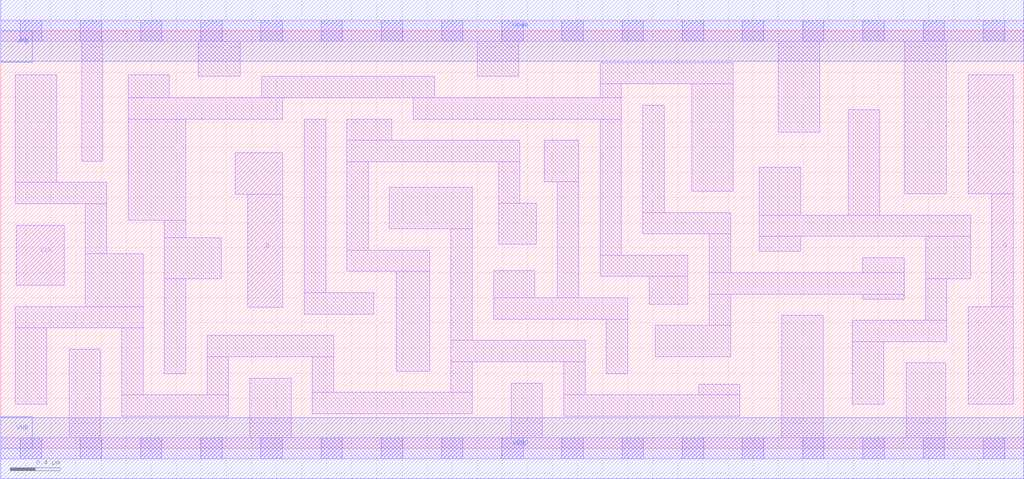
<source format=lef>
# Copyright 2020 The SkyWater PDK Authors
#
# Licensed under the Apache License, Version 2.0 (the "License");
# you may not use this file except in compliance with the License.
# You may obtain a copy of the License at
#
#     https://www.apache.org/licenses/LICENSE-2.0
#
# Unless required by applicable law or agreed to in writing, software
# distributed under the License is distributed on an "AS IS" BASIS,
# WITHOUT WARRANTIES OR CONDITIONS OF ANY KIND, either express or implied.
# See the License for the specific language governing permissions and
# limitations under the License.
#
# SPDX-License-Identifier: Apache-2.0

VERSION 5.5 ;
NAMESCASESENSITIVE ON ;
BUSBITCHARS "[]" ;
DIVIDERCHAR "/" ;
MACRO sky130_fd_sc_hs__dfxtp_1
  CLASS CORE ;
  SOURCE USER ;
  ORIGIN  0.000000  0.000000 ;
  SIZE  8.160000 BY  3.330000 ;
  SYMMETRY X Y ;
  SITE unit ;
  PIN D
    ANTENNAGATEAREA  0.126000 ;
    DIRECTION INPUT ;
    USE SIGNAL ;
    PORT
      LAYER li1 ;
        RECT 1.870000 2.025000 2.250000 2.355000 ;
        RECT 1.970000 1.125000 2.250000 2.025000 ;
    END
  END D
  PIN Q
    ANTENNADIFFAREA  0.541300 ;
    DIRECTION OUTPUT ;
    USE SIGNAL ;
    PORT
      LAYER li1 ;
        RECT 7.715000 0.350000 8.075000 1.130000 ;
        RECT 7.715000 2.030000 8.075000 2.980000 ;
        RECT 7.905000 1.130000 8.075000 2.030000 ;
    END
  END Q
  PIN CLK
    ANTENNAGATEAREA  0.279000 ;
    DIRECTION INPUT ;
    USE CLOCK ;
    PORT
      LAYER li1 ;
        RECT 0.125000 1.300000 0.505000 1.780000 ;
    END
  END CLK
  PIN VGND
    DIRECTION INOUT ;
    USE GROUND ;
    PORT
      LAYER met1 ;
        RECT 0.000000 -0.245000 8.160000 0.245000 ;
    END
  END VGND
  PIN VNB
    DIRECTION INOUT ;
    USE GROUND ;
    PORT
      LAYER met1 ;
        RECT 0.000000 0.000000 0.250000 0.250000 ;
    END
  END VNB
  PIN VPB
    DIRECTION INOUT ;
    USE POWER ;
    PORT
      LAYER met1 ;
        RECT 0.000000 3.080000 0.250000 3.330000 ;
    END
  END VPB
  PIN VPWR
    DIRECTION INOUT ;
    USE POWER ;
    PORT
      LAYER met1 ;
        RECT 0.000000 3.085000 8.160000 3.575000 ;
    END
  END VPWR
  OBS
    LAYER li1 ;
      RECT 0.000000 -0.085000 8.160000 0.085000 ;
      RECT 0.000000  3.245000 8.160000 3.415000 ;
      RECT 0.115000  0.350000 0.365000 0.960000 ;
      RECT 0.115000  0.960000 1.135000 1.130000 ;
      RECT 0.115000  1.950000 0.845000 2.120000 ;
      RECT 0.115000  2.120000 0.445000 2.980000 ;
      RECT 0.545000  0.085000 0.795000 0.790000 ;
      RECT 0.645000  2.290000 0.815000 3.245000 ;
      RECT 0.675000  1.130000 1.135000 1.550000 ;
      RECT 0.675000  1.550000 0.845000 1.950000 ;
      RECT 0.965000  0.255000 1.815000 0.425000 ;
      RECT 0.965000  0.425000 1.135000 0.960000 ;
      RECT 1.015000  1.820000 1.475000 2.625000 ;
      RECT 1.015000  2.625000 2.250000 2.795000 ;
      RECT 1.015000  2.795000 1.345000 2.980000 ;
      RECT 1.305000  0.595000 1.475000 1.350000 ;
      RECT 1.305000  1.350000 1.760000 1.680000 ;
      RECT 1.305000  1.680000 1.475000 1.820000 ;
      RECT 1.575000  2.965000 1.910000 3.245000 ;
      RECT 1.645000  0.425000 1.815000 0.730000 ;
      RECT 1.645000  0.730000 2.655000 0.900000 ;
      RECT 1.985000  0.085000 2.315000 0.560000 ;
      RECT 2.080000  2.795000 3.460000 2.965000 ;
      RECT 2.420000  1.070000 2.975000 1.240000 ;
      RECT 2.420000  1.240000 2.590000 2.625000 ;
      RECT 2.485000  0.275000 3.760000 0.445000 ;
      RECT 2.485000  0.445000 2.655000 0.730000 ;
      RECT 2.760000  1.410000 3.420000 1.580000 ;
      RECT 2.760000  1.580000 2.930000 2.285000 ;
      RECT 2.760000  2.285000 4.140000 2.455000 ;
      RECT 2.760000  2.455000 3.120000 2.625000 ;
      RECT 3.100000  1.750000 3.760000 2.080000 ;
      RECT 3.155000  0.615000 3.420000 1.410000 ;
      RECT 3.290000  2.625000 4.950000 2.795000 ;
      RECT 3.590000  0.445000 3.760000 0.690000 ;
      RECT 3.590000  0.690000 4.660000 0.860000 ;
      RECT 3.590000  0.860000 3.760000 1.750000 ;
      RECT 3.800000  2.965000 4.130000 3.245000 ;
      RECT 3.930000  1.030000 5.000000 1.200000 ;
      RECT 3.930000  1.200000 4.260000 1.415000 ;
      RECT 3.970000  1.625000 4.270000 1.955000 ;
      RECT 3.970000  1.955000 4.140000 2.285000 ;
      RECT 4.070000  0.085000 4.320000 0.520000 ;
      RECT 4.335000  2.125000 4.610000 2.455000 ;
      RECT 4.440000  1.200000 4.610000 2.125000 ;
      RECT 4.490000  0.255000 5.895000 0.425000 ;
      RECT 4.490000  0.425000 4.660000 0.690000 ;
      RECT 4.780000  1.370000 5.480000 1.540000 ;
      RECT 4.780000  1.540000 4.950000 2.625000 ;
      RECT 4.780000  2.795000 4.950000 2.905000 ;
      RECT 4.780000  2.905000 5.840000 3.075000 ;
      RECT 4.830000  0.595000 5.000000 1.030000 ;
      RECT 5.120000  1.710000 5.820000 1.880000 ;
      RECT 5.120000  1.880000 5.290000 2.735000 ;
      RECT 5.170000  1.150000 5.480000 1.370000 ;
      RECT 5.220000  0.730000 5.820000 0.980000 ;
      RECT 5.510000  2.050000 5.840000 2.905000 ;
      RECT 5.565000  0.425000 5.895000 0.510000 ;
      RECT 5.650000  0.980000 5.820000 1.230000 ;
      RECT 5.650000  1.230000 7.205000 1.400000 ;
      RECT 5.650000  1.400000 5.820000 1.710000 ;
      RECT 6.050000  1.570000 6.380000 1.690000 ;
      RECT 6.050000  1.690000 7.735000 1.860000 ;
      RECT 6.050000  1.860000 6.380000 2.240000 ;
      RECT 6.200000  2.520000 6.530000 3.245000 ;
      RECT 6.230000  0.085000 6.560000 1.060000 ;
      RECT 6.760000  1.860000 7.010000 2.700000 ;
      RECT 6.790000  0.350000 7.040000 0.850000 ;
      RECT 6.790000  0.850000 7.545000 1.020000 ;
      RECT 6.875000  1.190000 7.205000 1.230000 ;
      RECT 6.875000  1.400000 7.205000 1.520000 ;
      RECT 7.210000  2.030000 7.540000 3.245000 ;
      RECT 7.220000  0.085000 7.535000 0.680000 ;
      RECT 7.375000  1.020000 7.545000 1.350000 ;
      RECT 7.375000  1.350000 7.735000 1.690000 ;
    LAYER mcon ;
      RECT 0.155000 -0.085000 0.325000 0.085000 ;
      RECT 0.155000  3.245000 0.325000 3.415000 ;
      RECT 0.635000 -0.085000 0.805000 0.085000 ;
      RECT 0.635000  3.245000 0.805000 3.415000 ;
      RECT 1.115000 -0.085000 1.285000 0.085000 ;
      RECT 1.115000  3.245000 1.285000 3.415000 ;
      RECT 1.595000 -0.085000 1.765000 0.085000 ;
      RECT 1.595000  3.245000 1.765000 3.415000 ;
      RECT 2.075000 -0.085000 2.245000 0.085000 ;
      RECT 2.075000  3.245000 2.245000 3.415000 ;
      RECT 2.555000 -0.085000 2.725000 0.085000 ;
      RECT 2.555000  3.245000 2.725000 3.415000 ;
      RECT 3.035000 -0.085000 3.205000 0.085000 ;
      RECT 3.035000  3.245000 3.205000 3.415000 ;
      RECT 3.515000 -0.085000 3.685000 0.085000 ;
      RECT 3.515000  3.245000 3.685000 3.415000 ;
      RECT 3.995000 -0.085000 4.165000 0.085000 ;
      RECT 3.995000  3.245000 4.165000 3.415000 ;
      RECT 4.475000 -0.085000 4.645000 0.085000 ;
      RECT 4.475000  3.245000 4.645000 3.415000 ;
      RECT 4.955000 -0.085000 5.125000 0.085000 ;
      RECT 4.955000  3.245000 5.125000 3.415000 ;
      RECT 5.435000 -0.085000 5.605000 0.085000 ;
      RECT 5.435000  3.245000 5.605000 3.415000 ;
      RECT 5.915000 -0.085000 6.085000 0.085000 ;
      RECT 5.915000  3.245000 6.085000 3.415000 ;
      RECT 6.395000 -0.085000 6.565000 0.085000 ;
      RECT 6.395000  3.245000 6.565000 3.415000 ;
      RECT 6.875000 -0.085000 7.045000 0.085000 ;
      RECT 6.875000  3.245000 7.045000 3.415000 ;
      RECT 7.355000 -0.085000 7.525000 0.085000 ;
      RECT 7.355000  3.245000 7.525000 3.415000 ;
      RECT 7.835000 -0.085000 8.005000 0.085000 ;
      RECT 7.835000  3.245000 8.005000 3.415000 ;
  END
END sky130_fd_sc_hs__dfxtp_1

</source>
